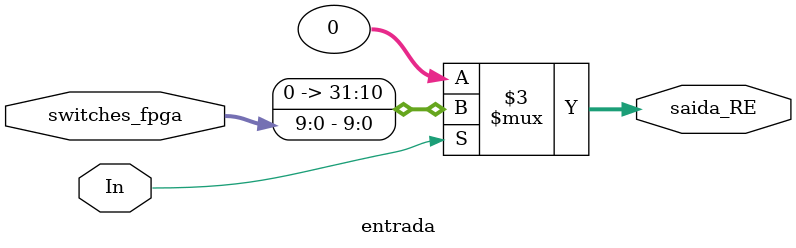
<source format=v>
module entrada (switches_fpga, In, saida_RE);

input [9:0] switches_fpga;
input In;

output reg [31:0] saida_RE;

always @(*)
begin
saida_RE = 32'b0;
if(In) saida_RE = switches_fpga;
end

endmodule 
</source>
